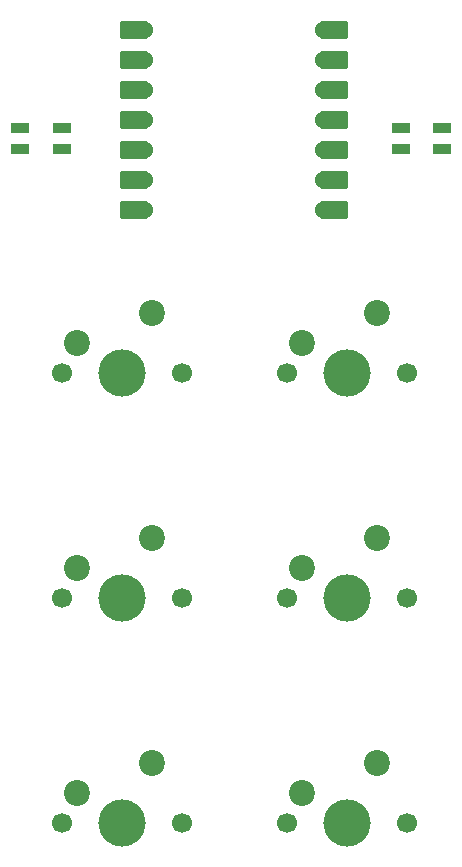
<source format=gbr>
%TF.GenerationSoftware,KiCad,Pcbnew,9.0.1*%
%TF.CreationDate,2025-12-08T16:46:31+00:00*%
%TF.ProjectId,Macropad PCB,4d616372-6f70-4616-9420-5043422e6b69,rev?*%
%TF.SameCoordinates,Original*%
%TF.FileFunction,Soldermask,Top*%
%TF.FilePolarity,Negative*%
%FSLAX46Y46*%
G04 Gerber Fmt 4.6, Leading zero omitted, Abs format (unit mm)*
G04 Created by KiCad (PCBNEW 9.0.1) date 2025-12-08 16:46:31*
%MOMM*%
%LPD*%
G01*
G04 APERTURE LIST*
G04 Aperture macros list*
%AMRoundRect*
0 Rectangle with rounded corners*
0 $1 Rounding radius*
0 $2 $3 $4 $5 $6 $7 $8 $9 X,Y pos of 4 corners*
0 Add a 4 corners polygon primitive as box body*
4,1,4,$2,$3,$4,$5,$6,$7,$8,$9,$2,$3,0*
0 Add four circle primitives for the rounded corners*
1,1,$1+$1,$2,$3*
1,1,$1+$1,$4,$5*
1,1,$1+$1,$6,$7*
1,1,$1+$1,$8,$9*
0 Add four rect primitives between the rounded corners*
20,1,$1+$1,$2,$3,$4,$5,0*
20,1,$1+$1,$4,$5,$6,$7,0*
20,1,$1+$1,$6,$7,$8,$9,0*
20,1,$1+$1,$8,$9,$2,$3,0*%
G04 Aperture macros list end*
%ADD10C,1.700000*%
%ADD11C,4.000000*%
%ADD12C,2.200000*%
%ADD13R,1.600000X0.850000*%
%ADD14RoundRect,0.152400X1.063600X0.609600X-1.063600X0.609600X-1.063600X-0.609600X1.063600X-0.609600X0*%
%ADD15C,1.524000*%
%ADD16RoundRect,0.152400X-1.063600X-0.609600X1.063600X-0.609600X1.063600X0.609600X-1.063600X0.609600X0*%
G04 APERTURE END LIST*
D10*
%TO.C,SW1*%
X80645000Y-71437500D03*
D11*
X85725000Y-71437500D03*
D10*
X90805000Y-71437500D03*
D12*
X88265000Y-66357500D03*
X81915000Y-68897500D03*
%TD*%
D13*
%TO.C,D1*%
X77150000Y-50725000D03*
X77150000Y-52475000D03*
X80650000Y-52475000D03*
X80650000Y-50725000D03*
%TD*%
D14*
%TO.C,U1*%
X86795000Y-42386250D03*
D15*
X87630000Y-42386250D03*
D14*
X86795000Y-44926250D03*
D15*
X87630000Y-44926250D03*
D14*
X86795000Y-47466250D03*
D15*
X87630000Y-47466250D03*
D14*
X86795000Y-50006250D03*
D15*
X87630000Y-50006250D03*
D14*
X86795000Y-52546250D03*
D15*
X87630000Y-52546250D03*
D14*
X86795000Y-55086250D03*
D15*
X87630000Y-55086250D03*
D14*
X86795000Y-57626250D03*
D15*
X87630000Y-57626250D03*
X102870000Y-57626250D03*
D16*
X103705000Y-57626250D03*
D15*
X102870000Y-55086250D03*
D16*
X103705000Y-55086250D03*
D15*
X102870000Y-52546250D03*
D16*
X103705000Y-52546250D03*
D15*
X102870000Y-50006250D03*
D16*
X103705000Y-50006250D03*
D15*
X102870000Y-47466250D03*
D16*
X103705000Y-47466250D03*
D15*
X102870000Y-44926250D03*
D16*
X103705000Y-44926250D03*
D15*
X102870000Y-42386250D03*
D16*
X103705000Y-42386250D03*
%TD*%
D10*
%TO.C,SW5*%
X80645000Y-109537500D03*
D11*
X85725000Y-109537500D03*
D10*
X90805000Y-109537500D03*
D12*
X88265000Y-104457500D03*
X81915000Y-106997500D03*
%TD*%
D13*
%TO.C,D2*%
X109350000Y-50725000D03*
X109350000Y-52475000D03*
X112850000Y-52475000D03*
X112850000Y-50725000D03*
%TD*%
D10*
%TO.C,SW2*%
X99695000Y-71437500D03*
D11*
X104775000Y-71437500D03*
D10*
X109855000Y-71437500D03*
D12*
X107315000Y-66357500D03*
X100965000Y-68897500D03*
%TD*%
D10*
%TO.C,SW4*%
X99695000Y-90487500D03*
D11*
X104775000Y-90487500D03*
D10*
X109855000Y-90487500D03*
D12*
X107315000Y-85407500D03*
X100965000Y-87947500D03*
%TD*%
D10*
%TO.C,SW6*%
X99695000Y-109537500D03*
D11*
X104775000Y-109537500D03*
D10*
X109855000Y-109537500D03*
D12*
X107315000Y-104457500D03*
X100965000Y-106997500D03*
%TD*%
D10*
%TO.C,SW3*%
X80645000Y-90487500D03*
D11*
X85725000Y-90487500D03*
D10*
X90805000Y-90487500D03*
D12*
X88265000Y-85407500D03*
X81915000Y-87947500D03*
%TD*%
M02*

</source>
